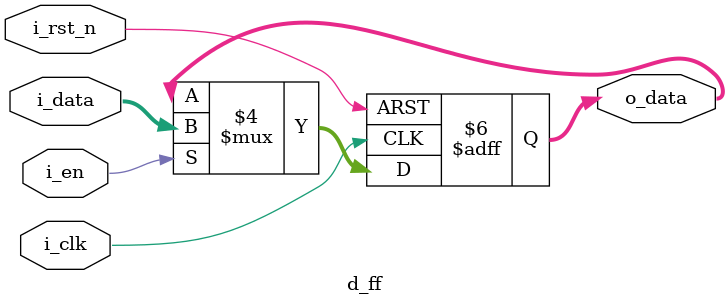
<source format=sv>
module d_ff(
    input logic         i_clk,
    input logic         i_rst_n,
    input logic         i_en,
    input logic [1:0]   i_data,
    output logic [1:0]  o_data
);
always_ff @(posedge i_clk or negedge i_rst_n) begin 
    if(!i_rst_n)    o_data <= 1'b0;
    else if(i_en)   o_data <= i_data;
    else            o_data <= o_data;
end 
endmodule

</source>
